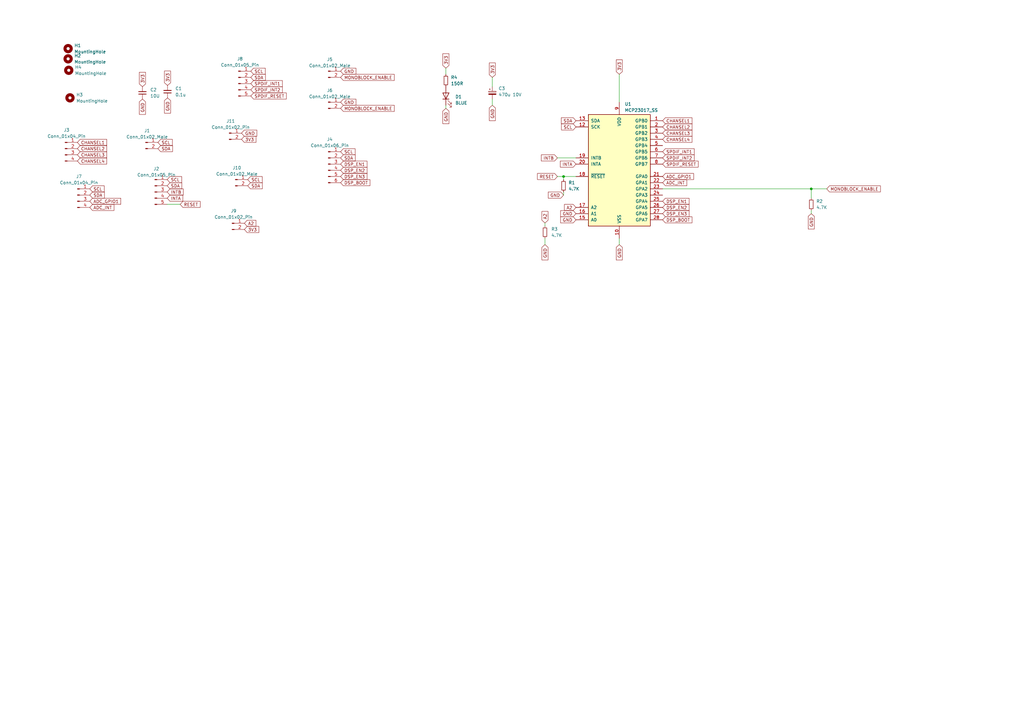
<source format=kicad_sch>
(kicad_sch (version 20231120) (generator "eeschema") (generator_version "8.0")
  (paper "A3")
  (lib_symbols
    (symbol "Connector:Conn_01x02_Male" (pin_names (offset 1.016) hide)
      (property "Reference" "J" (at 0 2.54 0))
      (property "Value" "Conn_01x02_Male" (at 0 -5.08 0))
      (symbol "Conn_01x02_Male_1_1"
        (polyline (pts (xy 1.27 -2.54) (xy 0.8636 -2.54)) (stroke (width 0.1524)))
        (polyline (pts (xy 1.27 0) (xy 0.8636 0)) (stroke (width 0.1524)))
        (rectangle (start 0.8636 -2.413) (end 0 -2.667) (stroke (width 0.1524)) (fill (type outline)))
        (rectangle (start 0.8636 0.127) (end 0 -0.127) (stroke (width 0.1524)) (fill (type outline)))
        (pin passive line (at 5.08 0 180) (length 3.81) (name "Pin_1") (number "1"))
        (pin passive line (at 5.08 -2.54 180) (length 3.81) (name "Pin_2") (number "2"))
      )
    )
    (symbol "Connector:Conn_01x02_Pin" (pin_names (offset 1.016) hide)
      (property "Reference" "J" (at 0 2.54 0))
      (property "Value" "Conn_01x02_Pin" (at 0 -5.08 0))
      (symbol "Conn_01x02_Pin_1_1"
        (polyline (pts (xy 1.27 -2.54) (xy 0.8636 -2.54)) (stroke (width 0.1524)))
        (polyline (pts (xy 1.27 0) (xy 0.8636 0)) (stroke (width 0.1524)))
        (rectangle (start 0.8636 -2.413) (end 0 -2.667) (stroke (width 0.1524)) (fill (type outline)))
        (rectangle (start 0.8636 0.127) (end 0 -0.127) (stroke (width 0.1524)) (fill (type outline)))
        (pin passive line (at 5.08 0 180) (length 3.81) (name "Pin_1") (number "1"))
        (pin passive line (at 5.08 -2.54 180) (length 3.81) (name "Pin_2") (number "2"))
      )
    )
    (symbol "Connector:Conn_01x04_Pin" (pin_names (offset 1.016) hide)
      (property "Reference" "J" (at 0 5.08 0))
      (property "Value" "Conn_01x04_Pin" (at 0 -7.62 0))
      (symbol "Conn_01x04_Pin_1_1"
        (polyline (pts (xy 1.27 -5.08) (xy 0.8636 -5.08)) (stroke (width 0.1524)))
        (polyline (pts (xy 1.27 -2.54) (xy 0.8636 -2.54)) (stroke (width 0.1524)))
        (polyline (pts (xy 1.27 0) (xy 0.8636 0)) (stroke (width 0.1524)))
        (polyline (pts (xy 1.27 2.54) (xy 0.8636 2.54)) (stroke (width 0.1524)))
        (rectangle (start 0.8636 -4.953) (end 0 -5.207) (stroke (width 0.1524)) (fill (type outline)))
        (rectangle (start 0.8636 -2.413) (end 0 -2.667) (stroke (width 0.1524)) (fill (type outline)))
        (rectangle (start 0.8636 0.127) (end 0 -0.127) (stroke (width 0.1524)) (fill (type outline)))
        (rectangle (start 0.8636 2.667) (end 0 2.413) (stroke (width 0.1524)) (fill (type outline)))
        (pin passive line (at 5.08 2.54 180) (length 3.81) (name "Pin_1") (number "1"))
        (pin passive line (at 5.08 0 180) (length 3.81) (name "Pin_2") (number "2"))
        (pin passive line (at 5.08 -2.54 180) (length 3.81) (name "Pin_3") (number "3"))
        (pin passive line (at 5.08 -5.08 180) (length 3.81) (name "Pin_4") (number "4"))
      )
    )
    (symbol "Connector:Conn_01x05_Pin" (pin_names (offset 1.016) hide)
      (property "Reference" "J" (at 0 7.62 0))
      (property "Value" "Conn_01x05_Pin" (at 0 -7.62 0))
      (symbol "Conn_01x05_Pin_1_1"
        (polyline (pts (xy 1.27 -5.08) (xy 0.8636 -5.08)) (stroke (width 0.1524)))
        (polyline (pts (xy 1.27 -2.54) (xy 0.8636 -2.54)) (stroke (width 0.1524)))
        (polyline (pts (xy 1.27 0) (xy 0.8636 0)) (stroke (width 0.1524)))
        (polyline (pts (xy 1.27 2.54) (xy 0.8636 2.54)) (stroke (width 0.1524)))
        (polyline (pts (xy 1.27 5.08) (xy 0.8636 5.08)) (stroke (width 0.1524)))
        (rectangle (start 0.8636 -4.953) (end 0 -5.207) (stroke (width 0.1524)) (fill (type outline)))
        (rectangle (start 0.8636 -2.413) (end 0 -2.667) (stroke (width 0.1524)) (fill (type outline)))
        (rectangle (start 0.8636 0.127) (end 0 -0.127) (stroke (width 0.1524)) (fill (type outline)))
        (rectangle (start 0.8636 2.667) (end 0 2.413) (stroke (width 0.1524)) (fill (type outline)))
        (rectangle (start 0.8636 5.207) (end 0 4.953) (stroke (width 0.1524)) (fill (type outline)))
        (pin passive line (at 5.08 5.08 180) (length 3.81) (name "Pin_1") (number "1"))
        (pin passive line (at 5.08 2.54 180) (length 3.81) (name "Pin_2") (number "2"))
        (pin passive line (at 5.08 0 180) (length 3.81) (name "Pin_3") (number "3"))
        (pin passive line (at 5.08 -2.54 180) (length 3.81) (name "Pin_4") (number "4"))
        (pin passive line (at 5.08 -5.08 180) (length 3.81) (name "Pin_5") (number "5"))
      )
    )
    (symbol "Connector:Conn_01x06_Pin" (pin_names (offset 1.016) hide)
      (property "Reference" "J" (at 0 7.62 0))
      (property "Value" "Conn_01x06_Pin" (at 0 -10.16 0))
      (symbol "Conn_01x06_Pin_1_1"
        (polyline (pts (xy 1.27 -7.62) (xy 0.8636 -7.62)) (stroke (width 0.1524)))
        (polyline (pts (xy 1.27 -5.08) (xy 0.8636 -5.08)) (stroke (width 0.1524)))
        (polyline (pts (xy 1.27 -2.54) (xy 0.8636 -2.54)) (stroke (width 0.1524)))
        (polyline (pts (xy 1.27 0) (xy 0.8636 0)) (stroke (width 0.1524)))
        (polyline (pts (xy 1.27 2.54) (xy 0.8636 2.54)) (stroke (width 0.1524)))
        (polyline (pts (xy 1.27 5.08) (xy 0.8636 5.08)) (stroke (width 0.1524)))
        (rectangle (start 0.8636 -7.493) (end 0 -7.747) (stroke (width 0.1524)) (fill (type outline)))
        (rectangle (start 0.8636 -4.953) (end 0 -5.207) (stroke (width 0.1524)) (fill (type outline)))
        (rectangle (start 0.8636 -2.413) (end 0 -2.667) (stroke (width 0.1524)) (fill (type outline)))
        (rectangle (start 0.8636 0.127) (end 0 -0.127) (stroke (width 0.1524)) (fill (type outline)))
        (rectangle (start 0.8636 2.667) (end 0 2.413) (stroke (width 0.1524)) (fill (type outline)))
        (rectangle (start 0.8636 5.207) (end 0 4.953) (stroke (width 0.1524)) (fill (type outline)))
        (pin passive line (at 5.08 5.08 180) (length 3.81) (name "Pin_1") (number "1"))
        (pin passive line (at 5.08 2.54 180) (length 3.81) (name "Pin_2") (number "2"))
        (pin passive line (at 5.08 0 180) (length 3.81) (name "Pin_3") (number "3"))
        (pin passive line (at 5.08 -2.54 180) (length 3.81) (name "Pin_4") (number "4"))
        (pin passive line (at 5.08 -5.08 180) (length 3.81) (name "Pin_5") (number "5"))
        (pin passive line (at 5.08 -7.62 180) (length 3.81) (name "Pin_6") (number "6"))
      )
    )
    (symbol "Device:C_Polarized_Small" (pin_numbers hide) (pin_names (offset 0.254) hide)
      (property "Reference" "C" (at 0.254 1.778 0))
      (property "Value" "C_Polarized_Small" (at 0.254 -2.032 0))
      (symbol "C_Polarized_Small_0_1"
        (rectangle (start -1.524 -0.3048) (end 1.524 -0.6858) (fill (type outline)))
        (rectangle (start -1.524 0.6858) (end 1.524 0.3048))
        (polyline (pts (xy -1.27 1.524) (xy -0.762 1.524)))
        (polyline (pts (xy -1.016 1.27) (xy -1.016 1.778)))
      )
      (symbol "C_Polarized_Small_1_1"
        (pin passive line (at 0 2.54 270) (length 1.8542) (name "~") (number "1"))
        (pin passive line (at 0 -2.54 90) (length 1.8542) (name "~") (number "2"))
      )
    )
    (symbol "Device:C_Small" (pin_numbers hide) (pin_names (offset 0.254) hide)
      (property "Reference" "C" (at 0.254 1.778 0))
      (property "Value" "C_Small" (at 0.254 -2.032 0))
      (symbol "C_Small_0_1"
        (polyline (pts (xy -1.524 -0.508) (xy 1.524 -0.508)) (stroke (width 0.3302)))
        (polyline (pts (xy -1.524 0.508) (xy 1.524 0.508)) (stroke (width 0.3048)))
      )
      (symbol "C_Small_1_1"
        (pin passive line (at 0 2.54 270) (length 2.032) (name "~") (number "1"))
        (pin passive line (at 0 -2.54 90) (length 2.032) (name "~") (number "2"))
      )
    )
    (symbol "Device:LED" (pin_numbers hide) (pin_names (offset 1.016) hide)
      (property "Reference" "D" (at 0 2.54 0))
      (property "Value" "LED" (at 0 -2.54 0))
      (symbol "LED_0_1"
        (polyline (pts (xy -1.27 -1.27) (xy -1.27 1.27)) (stroke (width 0.254)))
        (polyline (pts (xy -1.27 0) (xy 1.27 0)))
        (polyline (pts (xy 1.27 -1.27) (xy 1.27 1.27) (xy -1.27 0) (xy 1.27 -1.27)) (stroke (width 0.254)))
        (polyline (pts (xy -3.048 -0.762) (xy -4.572 -2.286) (xy -3.81 -2.286) (xy -4.572 -2.286) (xy -4.572 -1.524)))
        (polyline (pts (xy -1.778 -0.762) (xy -3.302 -2.286) (xy -2.54 -2.286) (xy -3.302 -2.286) (xy -3.302 -1.524)))
      )
      (symbol "LED_1_1"
        (pin passive line (at -3.81 0 0) (length 2.54) (name "K") (number "1"))
        (pin passive line (at 3.81 0 180) (length 2.54) (name "A") (number "2"))
      )
    )
    (symbol "Device:R_Small" (pin_numbers hide) (pin_names (offset 0.254) hide)
      (property "Reference" "R" (at 0.762 0.508 0))
      (property "Value" "R_Small" (at 0.762 -1.016 0))
      (symbol "R_Small_0_1"
        (rectangle (start -0.762 1.778) (end 0.762 -1.778) (stroke (width 0.2032)))
      )
      (symbol "R_Small_1_1"
        (pin passive line (at 0 2.54 270) (length 0.762) (name "~") (number "1"))
        (pin passive line (at 0 -2.54 90) (length 0.762) (name "~") (number "2"))
      )
    )
    (symbol "Interface_Expansion:MCP23017_SS" (pin_names (offset 1.016))
      (property "Reference" "U" (at -11.43 24.13 0))
      (property "Value" "MCP23017_SS" (at 0 0 0))
      (symbol "MCP23017_SS_0_1"
        (rectangle (start -12.7 22.86) (end 12.7 -22.86) (stroke (width 0.254)) (fill (type background)))
      )
      (symbol "MCP23017_SS_1_1"
        (pin bidirectional line (at 17.78 20.32 180) (length 5.08) (name "GPB0") (number "1"))
        (pin power_in line (at 0 -27.94 90) (length 5.08) (name "VSS") (number "10"))
        (pin no_connect line (at -12.7 15.24 0) (length 5.08) hide (name "NC") (number "11"))
        (pin input line (at -17.78 17.78 0) (length 5.08) (name "SCK") (number "12"))
        (pin bidirectional line (at -17.78 20.32 0) (length 5.08) (name "SDA") (number "13"))
        (pin no_connect line (at -12.7 12.7 0) (length 5.08) hide (name "NC") (number "14"))
        (pin input line (at -17.78 -20.32 0) (length 5.08) (name "A0") (number "15"))
        (pin input line (at -17.78 -17.78 0) (length 5.08) (name "A1") (number "16"))
        (pin input line (at -17.78 -15.24 0) (length 5.08) (name "A2") (number "17"))
        (pin input line (at -17.78 -2.54 0) (length 5.08) (name "~{RESET}") (number "18"))
        (pin tri_state line (at -17.78 5.08 0) (length 5.08) (name "INTB") (number "19"))
        (pin bidirectional line (at 17.78 17.78 180) (length 5.08) (name "GPB1") (number "2"))
        (pin tri_state line (at -17.78 2.54 0) (length 5.08) (name "INTA") (number "20"))
        (pin bidirectional line (at 17.78 -2.54 180) (length 5.08) (name "GPA0") (number "21"))
        (pin bidirectional line (at 17.78 -5.08 180) (length 5.08) (name "GPA1") (number "22"))
        (pin bidirectional line (at 17.78 -7.62 180) (length 5.08) (name "GPA2") (number "23"))
        (pin bidirectional line (at 17.78 -10.16 180) (length 5.08) (name "GPA3") (number "24"))
        (pin bidirectional line (at 17.78 -12.7 180) (length 5.08) (name "GPA4") (number "25"))
        (pin bidirectional line (at 17.78 -15.24 180) (length 5.08) (name "GPA5") (number "26"))
        (pin bidirectional line (at 17.78 -17.78 180) (length 5.08) (name "GPA6") (number "27"))
        (pin bidirectional line (at 17.78 -20.32 180) (length 5.08) (name "GPA7") (number "28"))
        (pin bidirectional line (at 17.78 15.24 180) (length 5.08) (name "GPB2") (number "3"))
        (pin bidirectional line (at 17.78 12.7 180) (length 5.08) (name "GPB3") (number "4"))
        (pin bidirectional line (at 17.78 10.16 180) (length 5.08) (name "GPB4") (number "5"))
        (pin bidirectional line (at 17.78 7.62 180) (length 5.08) (name "GPB5") (number "6"))
        (pin bidirectional line (at 17.78 5.08 180) (length 5.08) (name "GPB6") (number "7"))
        (pin bidirectional line (at 17.78 2.54 180) (length 5.08) (name "GPB7") (number "8"))
        (pin power_in line (at 0 27.94 270) (length 5.08) (name "VDD") (number "9"))
      )
    )
    (symbol "Mechanical:MountingHole" (pin_names (offset 1.016))
      (property "Reference" "H" (at 0 5.08 0))
      (property "Value" "MountingHole" (at 0 3.175 0))
      (symbol "MountingHole_0_1"
        (circle (center 0 0) (radius 1.27) (stroke (width 1.27)))
      )
    )
  )
  (junction (at 231.14 72.39))
  (junction (at 332.74 77.47))
  (wire (pts (xy 254 100.33) (xy 254 97.79)))
  (wire (pts (xy 223.52 97.79) (xy 223.52 100.33)))
  (wire (pts (xy 271.78 77.47) (xy 332.74 77.47)))
  (wire (pts (xy 68.58 83.82) (xy 73.914 83.82)))
  (wire (pts (xy 201.93 43.18) (xy 201.93 40.64)))
  (wire (pts (xy 231.14 72.39) (xy 236.22 72.39)))
  (wire (pts (xy 231.14 80.01) (xy 231.14 78.74)))
  (wire (pts (xy 182.88 44.45) (xy 182.88 43.18)))
  (wire (pts (xy 332.74 81.28) (xy 332.74 77.47)))
  (wire (pts (xy 223.52 91.44) (xy 223.52 92.71)))
  (wire (pts (xy 231.14 73.66) (xy 231.14 72.39)))
  (wire (pts (xy 339.09 77.47) (xy 332.74 77.47)))
  (wire (pts (xy 201.93 31.75) (xy 201.93 35.56)))
  (wire (pts (xy 228.6 64.77) (xy 236.22 64.77)))
  (wire (pts (xy 228.6 72.39) (xy 231.14 72.39)))
  (wire (pts (xy 254 30.48) (xy 254 41.91)))
  (wire (pts (xy 332.74 87.63) (xy 332.74 86.36)))
  (wire (pts (xy 182.88 27.94) (xy 182.88 30.48)))
  (global_label "GND" (shape input) (at 58.42 40.64 270) (property "Intersheetrefs" "${INTERSHEET_REFS}" (effects (hide yes))))
  (global_label "CHANSEL4" (shape input) (at 271.78 57.15 0) (property "Intersheetrefs" "${INTERSHEET_REFS}" (effects (hide yes))))
  (global_label "3V3" (shape input) (at 182.88 27.94 90) (property "Intersheetrefs" "${INTERSHEET_REFS}" (effects (hide yes))))
  (global_label "RESET" (shape input) (at 73.914 83.82 0) (property "Intersheetrefs" "${INTERSHEET_REFS}" (effects (hide yes))))
  (global_label "SPDIF_RESET" (shape input) (at 102.87 39.37 0) (property "Intersheetrefs" "${INTERSHEET_REFS}" (effects (hide yes))))
  (global_label "GND" (shape input) (at 139.7 41.91 0) (property "Intersheetrefs" "${INTERSHEET_REFS}" (effects (hide yes))))
  (global_label "DSP_EN2" (shape input) (at 139.7 69.85 0) (property "Intersheetrefs" "${INTERSHEET_REFS}" (effects (hide yes))))
  (global_label "SCL" (shape input) (at 102.87 29.21 0) (property "Intersheetrefs" "${INTERSHEET_REFS}" (effects (hide yes))))
  (global_label "GND" (shape input) (at 236.22 90.17 180) (property "Intersheetrefs" "${INTERSHEET_REFS}" (effects (hide yes))))
  (global_label "DSP_EN3" (shape input) (at 139.7 72.39 0) (property "Intersheetrefs" "${INTERSHEET_REFS}" (effects (hide yes))))
  (global_label "DSP_EN1" (shape input) (at 139.7 67.31 0) (property "Intersheetrefs" "${INTERSHEET_REFS}" (effects (hide yes))))
  (global_label "MONOBLOCK_ENABLE" (shape input) (at 139.7 31.75 0) (property "Intersheetrefs" "${INTERSHEET_REFS}" (effects (hide yes))))
  (global_label "ADC_GPIO1" (shape input) (at 36.83 82.55 0) (property "Intersheetrefs" "${INTERSHEET_REFS}" (effects (hide yes))))
  (global_label "A2" (shape input) (at 236.22 85.09 180) (property "Intersheetrefs" "${INTERSHEET_REFS}" (effects (hide yes))))
  (global_label "CHANSEL1" (shape input) (at 31.75 58.42 0) (property "Intersheetrefs" "${INTERSHEET_REFS}" (effects (hide yes))))
  (global_label "GND" (shape input) (at 231.14 80.01 180) (property "Intersheetrefs" "${INTERSHEET_REFS}" (effects (hide yes))))
  (global_label "CHANSEL2" (shape input) (at 31.75 60.96 0) (property "Intersheetrefs" "${INTERSHEET_REFS}" (effects (hide yes))))
  (global_label "MONOBLOCK_ENABLE" (shape input) (at 339.09 77.47 0) (property "Intersheetrefs" "${INTERSHEET_REFS}" (effects (hide yes))))
  (global_label "SDA" (shape input) (at 102.87 31.75 0) (property "Intersheetrefs" "${INTERSHEET_REFS}" (effects (hide yes))))
  (global_label "GND" (shape input) (at 99.06 54.61 0) (property "Intersheetrefs" "${INTERSHEET_REFS}" (effects (hide yes))))
  (global_label "SCL" (shape input) (at 64.77 58.42 0) (property "Intersheetrefs" "${INTERSHEET_REFS}" (effects (hide yes))))
  (global_label "GND" (shape input) (at 201.93 43.18 270) (property "Intersheetrefs" "${INTERSHEET_REFS}" (effects (hide yes))))
  (global_label "GND" (shape input) (at 254 100.33 270) (property "Intersheetrefs" "${INTERSHEET_REFS}" (effects (hide yes))))
  (global_label "SPDIF_INT2" (shape input) (at 271.78 64.77 0) (property "Intersheetrefs" "${INTERSHEET_REFS}" (effects (hide yes))))
  (global_label "GND" (shape input) (at 332.74 87.63 270) (property "Intersheetrefs" "${INTERSHEET_REFS}" (effects (hide yes))))
  (global_label "SCL" (shape input) (at 139.7 62.23 0) (property "Intersheetrefs" "${INTERSHEET_REFS}" (effects (hide yes))))
  (global_label "DSP_EN2" (shape input) (at 271.78 85.09 0) (property "Intersheetrefs" "${INTERSHEET_REFS}" (effects (hide yes))))
  (global_label "INTA" (shape input) (at 236.22 67.31 180) (property "Intersheetrefs" "${INTERSHEET_REFS}" (effects (hide yes))))
  (global_label "GND" (shape input) (at 223.52 100.33 270) (property "Intersheetrefs" "${INTERSHEET_REFS}" (effects (hide yes))))
  (global_label "SDA" (shape input) (at 236.22 49.53 180) (property "Intersheetrefs" "${INTERSHEET_REFS}" (effects (hide yes))))
  (global_label "3V3" (shape input) (at 254 30.48 90) (property "Intersheetrefs" "${INTERSHEET_REFS}" (effects (hide yes))))
  (global_label "CHANSEL2" (shape input) (at 271.78 52.07 0) (property "Intersheetrefs" "${INTERSHEET_REFS}" (effects (hide yes))))
  (global_label "SPDIF_INT1" (shape input) (at 102.87 34.29 0) (property "Intersheetrefs" "${INTERSHEET_REFS}" (effects (hide yes))))
  (global_label "ADC_GPIO1" (shape input) (at 271.78 72.39 0) (property "Intersheetrefs" "${INTERSHEET_REFS}" (effects (hide yes))))
  (global_label "GND" (shape input) (at 139.7 29.21 0) (property "Intersheetrefs" "${INTERSHEET_REFS}" (effects (hide yes))))
  (global_label "MONOBLOCK_ENABLE" (shape input) (at 139.7 44.45 0) (property "Intersheetrefs" "${INTERSHEET_REFS}" (effects (hide yes))))
  (global_label "ADC_INT" (shape input) (at 36.83 85.09 0) (property "Intersheetrefs" "${INTERSHEET_REFS}" (effects (hide yes))))
  (global_label "SDA" (shape input) (at 139.7 64.77 0) (property "Intersheetrefs" "${INTERSHEET_REFS}" (effects (hide yes))))
  (global_label "SDA" (shape input) (at 101.6 76.2 0) (property "Intersheetrefs" "${INTERSHEET_REFS}" (effects (hide yes))))
  (global_label "3V3" (shape input) (at 58.42 35.56 90) (property "Intersheetrefs" "${INTERSHEET_REFS}" (effects (hide yes))))
  (global_label "SDA" (shape input) (at 68.58 76.2 0) (property "Intersheetrefs" "${INTERSHEET_REFS}" (effects (hide yes))))
  (global_label "SPDIF_RESET" (shape input) (at 271.78 67.31 0) (property "Intersheetrefs" "${INTERSHEET_REFS}" (effects (hide yes))))
  (global_label "SCL" (shape input) (at 236.22 52.07 180) (property "Intersheetrefs" "${INTERSHEET_REFS}" (effects (hide yes))))
  (global_label "SCL" (shape input) (at 101.6 73.66 0) (property "Intersheetrefs" "${INTERSHEET_REFS}" (effects (hide yes))))
  (global_label "3V3" (shape input) (at 99.06 57.15 0) (property "Intersheetrefs" "${INTERSHEET_REFS}" (effects (hide yes))))
  (global_label "A2" (shape input) (at 223.52 91.44 90) (property "Intersheetrefs" "${INTERSHEET_REFS}" (effects (hide yes))))
  (global_label "SPDIF_INT2" (shape input) (at 102.87 36.83 0) (property "Intersheetrefs" "${INTERSHEET_REFS}" (effects (hide yes))))
  (global_label "ADC_INT" (shape input) (at 271.78 74.93 0) (property "Intersheetrefs" "${INTERSHEET_REFS}" (effects (hide yes))))
  (global_label "GND" (shape input) (at 68.707 40.132 270) (property "Intersheetrefs" "${INTERSHEET_REFS}" (effects (hide yes))))
  (global_label "SDA" (shape input) (at 36.83 80.01 0) (property "Intersheetrefs" "${INTERSHEET_REFS}" (effects (hide yes))))
  (global_label "3V3" (shape input) (at 100.249 94.1215 0) (property "Intersheetrefs" "${INTERSHEET_REFS}" (effects (hide yes))))
  (global_label "DSP_BOOT" (shape input) (at 271.78 90.17 0) (property "Intersheetrefs" "${INTERSHEET_REFS}" (effects (hide yes))))
  (global_label "3V3" (shape input) (at 68.707 35.052 90) (property "Intersheetrefs" "${INTERSHEET_REFS}" (effects (hide yes))))
  (global_label "DSP_EN1" (shape input) (at 271.78 82.55 0) (property "Intersheetrefs" "${INTERSHEET_REFS}" (effects (hide yes))))
  (global_label "3V3" (shape input) (at 201.93 31.75 90) (property "Intersheetrefs" "${INTERSHEET_REFS}" (effects (hide yes))))
  (global_label "RESET" (shape input) (at 228.6 72.39 180) (property "Intersheetrefs" "${INTERSHEET_REFS}" (effects (hide yes))))
  (global_label "SDA" (shape input) (at 64.77 60.96 0) (property "Intersheetrefs" "${INTERSHEET_REFS}" (effects (hide yes))))
  (global_label "CHANSEL3" (shape input) (at 271.78 54.61 0) (property "Intersheetrefs" "${INTERSHEET_REFS}" (effects (hide yes))))
  (global_label "INTB" (shape input) (at 228.6 64.77 180) (property "Intersheetrefs" "${INTERSHEET_REFS}" (effects (hide yes))))
  (global_label "SCL" (shape input) (at 36.83 77.47 0) (property "Intersheetrefs" "${INTERSHEET_REFS}" (effects (hide yes))))
  (global_label "GND" (shape input) (at 182.88 44.45 270) (property "Intersheetrefs" "${INTERSHEET_REFS}" (effects (hide yes))))
  (global_label "CHANSEL3" (shape input) (at 31.75 63.5 0) (property "Intersheetrefs" "${INTERSHEET_REFS}" (effects (hide yes))))
  (global_label "CHANSEL1" (shape input) (at 271.78 49.53 0) (property "Intersheetrefs" "${INTERSHEET_REFS}" (effects (hide yes))))
  (global_label "A2" (shape input) (at 100.249 91.5815 0) (property "Intersheetrefs" "${INTERSHEET_REFS}" (effects (hide yes))))
  (global_label "DSP_BOOT" (shape input) (at 139.7 74.93 0) (property "Intersheetrefs" "${INTERSHEET_REFS}" (effects (hide yes))))
  (global_label "INTB" (shape input) (at 68.58 78.74 0) (property "Intersheetrefs" "${INTERSHEET_REFS}" (effects (hide yes))))
  (global_label "CHANSEL4" (shape input) (at 31.75 66.04 0) (property "Intersheetrefs" "${INTERSHEET_REFS}" (effects (hide yes))))
  (global_label "SCL" (shape input) (at 68.58 73.66 0) (property "Intersheetrefs" "${INTERSHEET_REFS}" (effects (hide yes))))
  (global_label "SPDIF_INT1" (shape input) (at 271.78 62.23 0) (property "Intersheetrefs" "${INTERSHEET_REFS}" (effects (hide yes))))
  (global_label "GND" (shape input) (at 236.22 87.63 180) (property "Intersheetrefs" "${INTERSHEET_REFS}" (effects (hide yes))))
  (global_label "DSP_EN3" (shape input) (at 271.78 87.63 0) (property "Intersheetrefs" "${INTERSHEET_REFS}" (effects (hide yes))))
  (global_label "INTA" (shape input) (at 68.58 81.28 0) (property "Intersheetrefs" "${INTERSHEET_REFS}" (effects (hide yes))))
  (symbol (lib_id "Mechanical:MountingHole") (at 28.194 28.829 0) (unit 1)
    (property "Reference" "H4" (at 30.734 27.5589 0) (effects (justify left)))
    (property "Value" "MountingHole" (at 30.734 30.0989 0) (effects (justify left)))
    (property "Footprint" "MountingHole:MountingHole_3.2mm_M3_DIN965_Pad_TopOnly" (effects (hide yes)))
  )
  (symbol (lib_id "Interface_Expansion:MCP23017_SS") (at 254 69.85 0) (unit 1)
    (property "Reference" "U1" (at 256.1941 42.672 0) (effects (justify left)))
    (property "Value" "MCP23017_SS" (at 256.1941 45.212 0) (effects (justify left)))
    (property "Footprint" "Package_SO:SSOP-28_5.3x10.2mm_P0.65mm" (effects (hide yes)))
    (property "Datasheet" "http://ww1.microchip.com/downloads/en/DeviceDoc/20001952C.pdf" (effects (hide yes)))
  )
  (symbol (lib_id "Connector:Conn_01x05_Pin") (at 97.79 34.29 0) (unit 1)
    (property "Reference" "J8" (at 98.425 24.13 0))
    (property "Value" "Conn_01x05_Pin" (at 98.425 26.67 0))
    (property "Footprint" "Connector_JST:JST_PH_B5B-PH-K_1x05_P2.00mm_Vertical" (effects (hide yes)))
    (property "Description" "Generic connector, single row, 01x05, script generated" (effects (hide yes)))
  )
  (symbol (lib_id "Device:R_Small") (at 223.52 95.25 0) (unit 1)
    (property "Reference" "R3" (at 226.06 93.9799 0) (effects (justify left)))
    (property "Value" "4.7K" (at 226.06 96.5199 0) (effects (justify left)))
    (property "Footprint" "Resistor_SMD:R_0603_1608Metric_Pad0.98x0.95mm_HandSolder" (effects (hide yes)))
  )
  (symbol (lib_id "Connector:Conn_01x02_Male") (at 134.62 29.21 0) (unit 1)
    (property "Reference" "J5" (at 135.255 24.384 0))
    (property "Value" "Conn_01x02_Male" (at 135.255 26.924 0))
    (property "Footprint" "Connector_JST:JST_PH_B2B-PH-K_1x02_P2.00mm_Vertical" (effects (hide yes)))
  )
  (symbol (lib_id "Connector:Conn_01x04_Pin") (at 31.75 80.01 0) (unit 1)
    (property "Reference" "J7" (at 32.385 72.39 0))
    (property "Value" "Conn_01x04_Pin" (at 32.385 74.93 0))
    (property "Footprint" "Connector_JST:JST_PH_B4B-PH-K_1x04_P2.00mm_Vertical" (effects (hide yes)))
    (property "Description" "Generic connector, single row, 01x04, script generated" (effects (hide yes)))
  )
  (symbol (lib_id "Connector:Conn_01x04_Pin") (at 26.67 60.96 0) (unit 1)
    (property "Reference" "J3" (at 27.305 53.34 0))
    (property "Value" "Conn_01x04_Pin" (at 27.305 55.88 0))
    (property "Footprint" "Connector_JST:JST_PH_B4B-PH-K_1x04_P2.00mm_Vertical" (effects (hide yes)))
    (property "Description" "Generic connector, single row, 01x04, script generated" (effects (hide yes)))
  )
  (symbol (lib_id "Device:C_Small") (at 68.707 37.592 180) (unit 1)
    (property "Reference" "C1" (at 71.882 36.3156 0) (effects (justify right)))
    (property "Value" "0.1u" (at 71.882 38.8556 0) (effects (justify right)))
    (property "Footprint" "Capacitor_SMD:C_0805_2012Metric_Pad1.18x1.45mm_HandSolder" (effects (hide yes)))
  )
  (symbol (lib_id "Connector:Conn_01x02_Male") (at 59.69 58.42 0) (unit 1)
    (property "Reference" "J1" (at 60.325 53.594 0))
    (property "Value" "Conn_01x02_Male" (at 60.325 56.134 0))
    (property "Footprint" "Connector_JST:JST_PH_B2B-PH-K_1x02_P2.00mm_Vertical" (effects (hide yes)))
  )
  (symbol (lib_id "Connector:Conn_01x02_Pin") (at 95.169 91.5815 0) (unit 1)
    (property "Reference" "J9" (at 95.804 86.5015 0))
    (property "Value" "Conn_01x02_Pin" (at 95.804 89.0415 0))
    (property "Footprint" "Connector_PinHeader_2.54mm:PinHeader_1x02_P2.54mm_Vertical" (effects (hide yes)))
    (property "Description" "Generic connector, single row, 01x02, script generated" (effects (hide yes)))
  )
  (symbol (lib_id "Connector:Conn_01x05_Pin") (at 63.5 78.74 0) (unit 1)
    (property "Reference" "J2" (at 64.135 69.215 0))
    (property "Value" "Conn_01x05_Pin" (at 64.135 71.755 0))
    (property "Footprint" "Connector_JST:JST_PH_B5B-PH-K_1x05_P2.00mm_Vertical" (effects (hide yes)))
  )
  (symbol (lib_id "Device:R_Small") (at 332.74 83.82 180) (unit 1)
    (property "Reference" "R2" (at 334.772 82.55 0) (effects (justify right)))
    (property "Value" "4.7K" (at 334.772 85.09 0) (effects (justify right)))
    (property "Footprint" "Resistor_SMD:R_0603_1608Metric_Pad0.98x0.95mm_HandSolder" (effects (hide yes)))
  )
  (symbol (lib_id "Mechanical:MountingHole") (at 27.94 24.13 0) (unit 1)
    (property "Reference" "H2" (at 30.48 22.8599 0) (effects (justify left)))
    (property "Value" "MountingHole" (at 30.48 25.3999 0) (effects (justify left)))
    (property "Footprint" "MountingHole:MountingHole_3.2mm_M3_DIN965_Pad_TopOnly" (effects (hide yes)))
  )
  (symbol (lib_id "Mechanical:MountingHole") (at 27.94 19.939 0) (unit 1)
    (property "Reference" "H1" (at 30.48 18.6689 0) (effects (justify left)))
    (property "Value" "MountingHole" (at 30.48 21.2089 0) (effects (justify left)))
    (property "Footprint" "MountingHole:MountingHole_3.2mm_M3_DIN965_Pad_TopOnly" (effects (hide yes)))
  )
  (symbol (lib_id "Device:R_Small") (at 231.14 76.2 180) (unit 1)
    (property "Reference" "R1" (at 233.172 74.93 0) (effects (justify right)))
    (property "Value" "4.7K" (at 233.172 77.47 0) (effects (justify right)))
    (property "Footprint" "Resistor_SMD:R_0603_1608Metric_Pad0.98x0.95mm_HandSolder" (effects (hide yes)))
  )
  (symbol (lib_id "Device:R_Small") (at 182.88 33.02 180) (unit 1)
    (property "Reference" "R4" (at 184.912 31.75 0) (effects (justify right)))
    (property "Value" "150R" (at 184.912 34.29 0) (effects (justify right)))
    (property "Footprint" "Resistor_SMD:R_0603_1608Metric" (effects (hide yes)))
  )
  (symbol (lib_id "Device:LED") (at 182.88 39.37 90) (unit 1)
    (property "Reference" "D1" (at 186.69 39.6874 90) (effects (justify right)))
    (property "Value" "BLUE" (at 186.69 42.2274 90) (effects (justify right)))
    (property "Footprint" "LED_SMD:LED_0603_1608Metric" (effects (hide yes)))
    (property "Description" "Light emitting diode" (effects (hide yes)))
  )
  (symbol (lib_id "Connector:Conn_01x02_Pin") (at 93.98 54.61 0) (unit 1)
    (property "Reference" "J11" (at 94.615 49.657 0))
    (property "Value" "Conn_01x02_Pin" (at 94.615 52.197 0))
    (property "Footprint" "Connector_JST:JST_PH_B2B-PH-K_1x02_P2.00mm_Vertical" (effects (hide yes)))
  )
  (symbol (lib_id "Connector:Conn_01x06_Pin") (at 134.62 67.31 0) (unit 1)
    (property "Reference" "J4" (at 135.255 57.15 0))
    (property "Value" "Conn_01x06_Pin" (at 135.255 59.69 0))
    (property "Footprint" "Connector_JST:JST_PH_B6B-PH-K_1x06_P2.00mm_Vertical" (effects (hide yes)))
    (property "Description" "Generic connector, single row, 01x06, script generated" (effects (hide yes)))
  )
  (symbol (lib_id "Device:C_Polarized_Small") (at 201.93 38.1 0) (unit 1)
    (property "Reference" "C3" (at 204.47 36.2838 0) (effects (justify left)))
    (property "Value" "470u 10V" (at 204.47 38.8238 0) (effects (justify left)))
    (property "Footprint" "Capacitor_THT:CP_Radial_D6.3mm_P2.50mm" (effects (hide yes)))
    (property "Description" "Polarized capacitor, small symbol" (effects (hide yes)))
  )
  (symbol (lib_id "Connector:Conn_01x02_Male") (at 96.52 73.66 0) (unit 1)
    (property "Reference" "J10" (at 97.155 68.834 0))
    (property "Value" "Conn_01x02_Male" (at 97.155 71.374 0))
    (property "Footprint" "Connector_JST:JST_PH_B2B-PH-K_1x02_P2.00mm_Vertical" (effects (hide yes)))
  )
  (symbol (lib_id "Mechanical:MountingHole") (at 28.702 40.132 0) (unit 1)
    (property "Reference" "H3" (at 31.242 38.8619 0) (effects (justify left)))
    (property "Value" "MountingHole" (at 31.242 41.4019 0) (effects (justify left)))
    (property "Footprint" "MountingHole:MountingHole_3.2mm_M3_DIN965_Pad_TopOnly" (effects (hide yes)))
  )
  (symbol (lib_id "Device:C_Small") (at 58.42 38.1 180) (unit 1)
    (property "Reference" "C2" (at 61.595 36.8236 0) (effects (justify right)))
    (property "Value" "10U" (at 61.595 39.3636 0) (effects (justify right)))
    (property "Footprint" "Capacitor_SMD:C_1206_3216Metric_Pad1.33x1.80mm_HandSolder" (effects (hide yes)))
  )
  (symbol (lib_id "Connector:Conn_01x02_Male") (at 134.62 41.91 0) (unit 1)
    (property "Reference" "J6" (at 135.255 37.084 0))
    (property "Value" "Conn_01x02_Male" (at 135.255 39.624 0))
    (property "Footprint" "Connector_JST:JST_PH_B2B-PH-K_1x02_P2.00mm_Vertical" (effects (hide yes)))
  )
)
</source>
